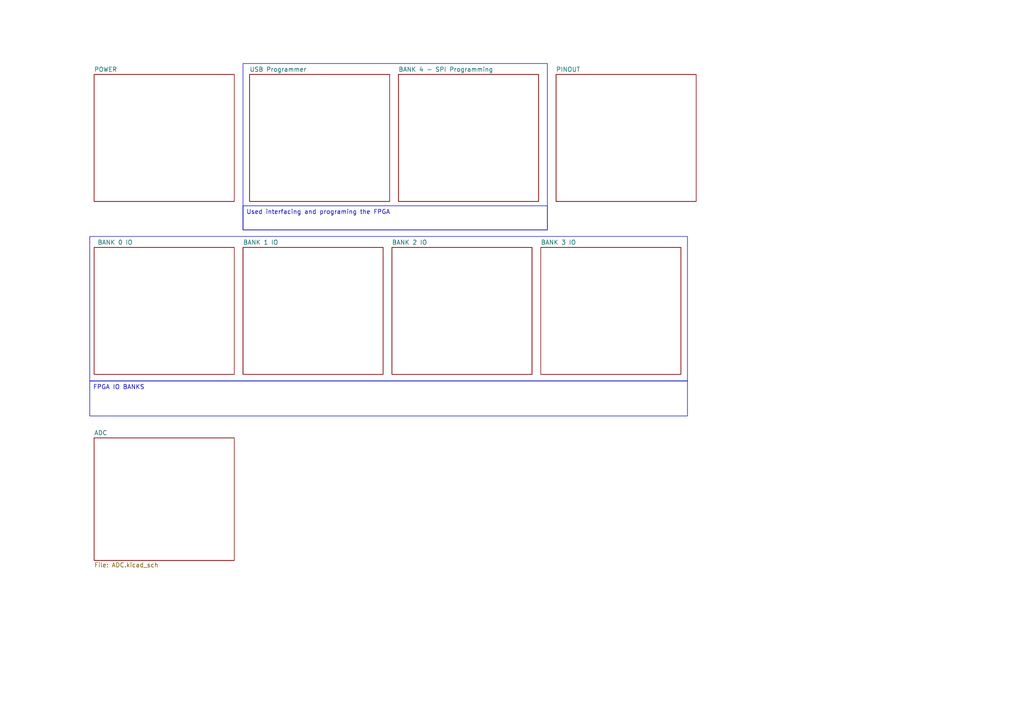
<source format=kicad_sch>
(kicad_sch (version 20230121) (generator eeschema)

  (uuid b3168f6a-c732-41d3-aeeb-d97dd2f1bb65)

  (paper "A4")

  (title_block
    (date "2023-04-25")
    (rev "V0.5")
    (company "Universal-Field-Objects")
  )

  (lib_symbols
  )


  (rectangle (start 70.485 18.415) (end 158.75 66.675)
    (stroke (width 0) (type default))
    (fill (type none))
    (uuid 6b7f4726-3491-403f-809b-64c4d7902980)
  )
  (rectangle (start 26.035 68.58) (end 199.39 110.49)
    (stroke (width 0) (type default))
    (fill (type none))
    (uuid 98c231e9-1cd6-4684-8892-bed6a2e9f74e)
  )

  (text_box "FPGA IO BANKS"
    (at 26.035 110.49 0) (size 173.355 10.16)
    (stroke (width 0) (type default))
    (fill (type none))
    (effects (font (size 1.27 1.27)) (justify left top))
    (uuid 99780622-2409-4ea8-b15c-29de69cff85f)
  )
  (text_box "Used interfacing and programing the FPGA"
    (at 70.485 59.69 0) (size 88.265 6.985)
    (stroke (width 0) (type default))
    (fill (type none))
    (effects (font (size 1.27 1.27)) (justify left top))
    (uuid bad65f40-3c71-4371-b214-b9ceea51dd23)
  )

  (sheet (at 27.305 71.755) (size 40.64 36.83) (fields_autoplaced)
    (stroke (width 0.1524) (type solid))
    (fill (color 0 0 0 0.0000))
    (uuid 03eb349d-f783-448d-a9ad-735fd21dbf61)
    (property "Sheetname" " BANK 0 IO" (at 27.305 71.0434 0)
      (effects (font (size 1.27 1.27)) (justify left bottom))
    )
    (property "Sheetfile" "BANK0.kicad_sch" (at 27.305 109.1696 0)
      (effects (font (size 1.27 1.27)) (justify left top) hide)
    )
    (instances
      (project "UFO-FPGA"
        (path "/b3168f6a-c732-41d3-aeeb-d97dd2f1bb65" (page "5"))
      )
    )
  )

  (sheet (at 113.665 71.755) (size 40.64 36.83) (fields_autoplaced)
    (stroke (width 0.1524) (type solid))
    (fill (color 0 0 0 0.0000))
    (uuid 6f7e0d88-d92b-4c4f-9dc8-64721cd46d41)
    (property "Sheetname" "BANK 2 IO" (at 113.665 71.0434 0)
      (effects (font (size 1.27 1.27)) (justify left bottom))
    )
    (property "Sheetfile" "BANK2.kicad_sch" (at 113.665 109.1696 0)
      (effects (font (size 1.27 1.27)) (justify left top) hide)
    )
    (instances
      (project "UFO-FPGA"
        (path "/b3168f6a-c732-41d3-aeeb-d97dd2f1bb65" (page "7"))
      )
    )
  )

  (sheet (at 161.29 21.59) (size 40.64 36.83) (fields_autoplaced)
    (stroke (width 0.1524) (type solid))
    (fill (color 0 0 0 0.0000))
    (uuid 8a110dcf-7b5f-4510-96dd-3ef5ec8aca05)
    (property "Sheetname" "PINOUT" (at 161.29 20.8784 0)
      (effects (font (size 1.27 1.27)) (justify left bottom))
    )
    (property "Sheetfile" "PINOUT.kicad_sch" (at 161.29 59.0046 0)
      (effects (font (size 1.27 1.27)) (justify left top) hide)
    )
    (instances
      (project "UFO-FPGA"
        (path "/b3168f6a-c732-41d3-aeeb-d97dd2f1bb65" (page "10"))
      )
    )
  )

  (sheet (at 27.305 127) (size 40.64 35.56) (fields_autoplaced)
    (stroke (width 0.1524) (type solid))
    (fill (color 0 0 0 0.0000))
    (uuid 98332e8f-475b-462b-a153-03883f4d2670)
    (property "Sheetname" "ADC" (at 27.305 126.2884 0)
      (effects (font (size 1.27 1.27)) (justify left bottom))
    )
    (property "Sheetfile" "ADC.kicad_sch" (at 27.305 163.1446 0)
      (effects (font (size 1.27 1.27)) (justify left top))
    )
    (instances
      (project "UFO-FPGA"
        (path "/b3168f6a-c732-41d3-aeeb-d97dd2f1bb65" (page "9"))
      )
    )
  )

  (sheet (at 115.57 21.59) (size 40.64 36.83) (fields_autoplaced)
    (stroke (width 0.1524) (type solid))
    (fill (color 0 0 0 0.0000))
    (uuid a9a0295d-b075-4952-a5ba-04debc5f691c)
    (property "Sheetname" "BANK 4 - SPI Programming" (at 115.57 20.8784 0)
      (effects (font (size 1.27 1.27)) (justify left bottom))
    )
    (property "Sheetfile" "BANK4.kicad_sch" (at 115.57 59.0046 0)
      (effects (font (size 1.27 1.27)) (justify left top) hide)
    )
    (instances
      (project "UFO-FPGA"
        (path "/b3168f6a-c732-41d3-aeeb-d97dd2f1bb65" (page "4"))
      )
    )
  )

  (sheet (at 27.305 21.59) (size 40.64 36.83) (fields_autoplaced)
    (stroke (width 0.1524) (type solid))
    (fill (color 0 0 0 0.0000))
    (uuid abe08156-b909-4d2d-ad35-f723f4a728d5)
    (property "Sheetname" "POWER" (at 27.305 20.8784 0)
      (effects (font (size 1.27 1.27)) (justify left bottom))
    )
    (property "Sheetfile" "POWER.kicad_sch" (at 27.305 59.0046 0)
      (effects (font (size 1.27 1.27)) (justify left top) hide)
    )
    (instances
      (project "UFO-FPGA"
        (path "/b3168f6a-c732-41d3-aeeb-d97dd2f1bb65" (page "2"))
      )
    )
  )

  (sheet (at 156.845 71.755) (size 40.64 36.83) (fields_autoplaced)
    (stroke (width 0.1524) (type solid))
    (fill (color 0 0 0 0.0000))
    (uuid baabafd2-c41f-4db4-a640-329e074df703)
    (property "Sheetname" "BANK 3 IO" (at 156.845 71.0434 0)
      (effects (font (size 1.27 1.27)) (justify left bottom))
    )
    (property "Sheetfile" "BANK3.kicad_sch" (at 156.845 109.1696 0)
      (effects (font (size 1.27 1.27)) (justify left top) hide)
    )
    (instances
      (project "UFO-FPGA"
        (path "/b3168f6a-c732-41d3-aeeb-d97dd2f1bb65" (page "8"))
      )
    )
  )

  (sheet (at 72.39 21.59) (size 40.64 36.83) (fields_autoplaced)
    (stroke (width 0.1524) (type solid))
    (fill (color 0 0 0 0.0000))
    (uuid eec89a79-dace-443c-aa86-713b48a49f95)
    (property "Sheetname" "USB Programmer" (at 72.39 20.8784 0)
      (effects (font (size 1.27 1.27)) (justify left bottom))
    )
    (property "Sheetfile" "Programmer.kicad_sch" (at 72.39 59.0046 0)
      (effects (font (size 1.27 1.27)) (justify left top) hide)
    )
    (instances
      (project "UFO-FPGA"
        (path "/b3168f6a-c732-41d3-aeeb-d97dd2f1bb65" (page "3"))
      )
    )
  )

  (sheet (at 70.485 71.755) (size 40.64 36.83) (fields_autoplaced)
    (stroke (width 0.1524) (type solid))
    (fill (color 0 0 0 0.0000))
    (uuid f54d4357-d916-4d6b-afb9-9dd5f65d1cf7)
    (property "Sheetname" "BANK 1 IO" (at 70.485 71.0434 0)
      (effects (font (size 1.27 1.27)) (justify left bottom))
    )
    (property "Sheetfile" "BANK1.kicad_sch" (at 70.485 109.1696 0)
      (effects (font (size 1.27 1.27)) (justify left top) hide)
    )
    (instances
      (project "UFO-FPGA"
        (path "/b3168f6a-c732-41d3-aeeb-d97dd2f1bb65" (page "6"))
      )
    )
  )

  (sheet_instances
    (path "/" (page "1"))
  )
)

</source>
